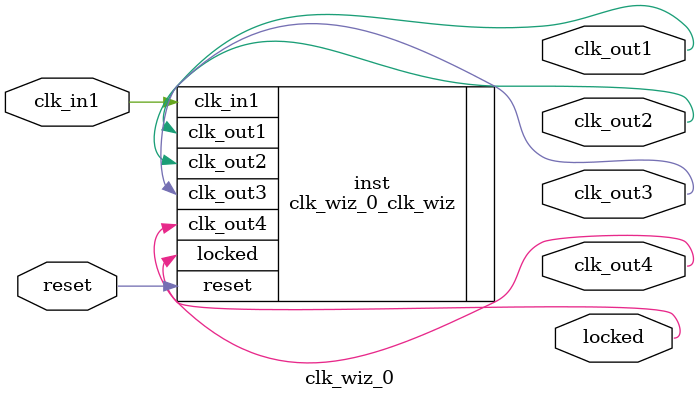
<source format=v>


`timescale 1ps/1ps

(* CORE_GENERATION_INFO = "clk_wiz_0,clk_wiz_v6_0_13_0_0,{component_name=clk_wiz_0,use_phase_alignment=true,use_min_o_jitter=false,use_max_i_jitter=false,use_dyn_phase_shift=false,use_inclk_switchover=false,use_dyn_reconfig=false,enable_axi=0,feedback_source=FDBK_AUTO,PRIMITIVE=MMCM,num_out_clk=4,clkin1_period=5.000,clkin2_period=10.0,use_power_down=false,use_reset=true,use_locked=true,use_inclk_stopped=false,feedback_type=SINGLE,CLOCK_MGR_TYPE=NA,manual_override=false}" *)

module clk_wiz_0 
 (
  // Clock out ports
  output        clk_out1,
  output        clk_out2,
  output        clk_out3,
  output        clk_out4,
  // Status and control signals
  input         reset,
  output        locked,
 // Clock in ports
  input         clk_in1
 );

  clk_wiz_0_clk_wiz inst
  (
  // Clock out ports  
  .clk_out1(clk_out1),
  .clk_out2(clk_out2),
  .clk_out3(clk_out3),
  .clk_out4(clk_out4),
  // Status and control signals               
  .reset(reset), 
  .locked(locked),
 // Clock in ports
  .clk_in1(clk_in1)
  );

endmodule

</source>
